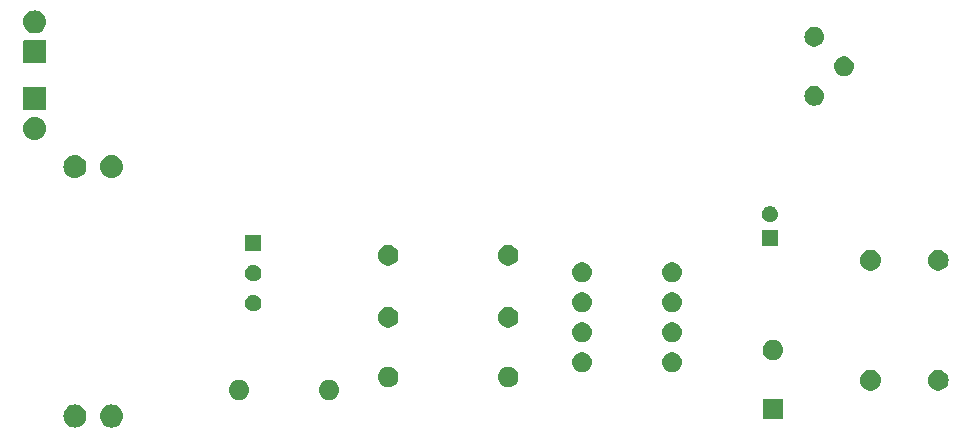
<source format=gbr>
%TF.GenerationSoftware,KiCad,Pcbnew,8.0.3*%
%TF.CreationDate,2024-06-29T12:04:23+02:00*%
%TF.ProjectId,naive_business_card,62757369-6e65-4737-935f-636172642e6b,v01*%
%TF.SameCoordinates,PX6590fa0PY7bfa480*%
%TF.FileFunction,Soldermask,Bot*%
%TF.FilePolarity,Negative*%
%FSLAX46Y46*%
G04 Gerber Fmt 4.6, Leading zero omitted, Abs format (unit mm)*
G04 Created by KiCad (PCBNEW 8.0.3) date 2024-06-29 12:04:23*
%MOMM*%
%LPD*%
G01*
G04 APERTURE LIST*
G04 APERTURE END LIST*
G36*
X9591189Y4361170D02*
G01*
X9775030Y4305402D01*
X9944459Y4214840D01*
X10092965Y4092965D01*
X10214840Y3944459D01*
X10305402Y3775030D01*
X10361170Y3591189D01*
X10380000Y3400000D01*
X10361170Y3208811D01*
X10305402Y3024970D01*
X10214840Y2855541D01*
X10092965Y2707035D01*
X9944459Y2585160D01*
X9775030Y2494598D01*
X9591189Y2438830D01*
X9400000Y2420000D01*
X9208811Y2438830D01*
X9024970Y2494598D01*
X8855541Y2585160D01*
X8707035Y2707035D01*
X8585160Y2855541D01*
X8494598Y3024970D01*
X8438830Y3208811D01*
X8420000Y3400000D01*
X8438830Y3591189D01*
X8494598Y3775030D01*
X8585160Y3944459D01*
X8707035Y4092965D01*
X8855541Y4214840D01*
X9024970Y4305402D01*
X9208811Y4361170D01*
X9400000Y4380000D01*
X9591189Y4361170D01*
G37*
G36*
X12691189Y4361170D02*
G01*
X12875030Y4305402D01*
X13044459Y4214840D01*
X13192965Y4092965D01*
X13314840Y3944459D01*
X13405402Y3775030D01*
X13461170Y3591189D01*
X13480000Y3400000D01*
X13461170Y3208811D01*
X13405402Y3024970D01*
X13314840Y2855541D01*
X13192965Y2707035D01*
X13044459Y2585160D01*
X12875030Y2494598D01*
X12691189Y2438830D01*
X12500000Y2420000D01*
X12308811Y2438830D01*
X12124970Y2494598D01*
X11955541Y2585160D01*
X11807035Y2707035D01*
X11685160Y2855541D01*
X11594598Y3024970D01*
X11538830Y3208811D01*
X11520000Y3400000D01*
X11538830Y3591189D01*
X11594598Y3775030D01*
X11685160Y3944459D01*
X11807035Y4092965D01*
X11955541Y4214840D01*
X12124970Y4305402D01*
X12308811Y4361170D01*
X12500000Y4380000D01*
X12691189Y4361170D01*
G37*
G36*
X69330615Y4873910D02*
G01*
X69356569Y4856569D01*
X69373910Y4830615D01*
X69380000Y4800000D01*
X69380000Y3200000D01*
X69373910Y3169385D01*
X69356569Y3143431D01*
X69330615Y3126090D01*
X69300000Y3120000D01*
X67700000Y3120000D01*
X67669385Y3126090D01*
X67643431Y3143431D01*
X67626090Y3169385D01*
X67620000Y3200000D01*
X67620000Y4800000D01*
X67626090Y4830615D01*
X67643431Y4856569D01*
X67669385Y4873910D01*
X67700000Y4880000D01*
X69300000Y4880000D01*
X69330615Y4873910D01*
G37*
G36*
X23568072Y6425042D02*
G01*
X23733750Y6351277D01*
X23880471Y6244678D01*
X24001822Y6109904D01*
X24092501Y5952844D01*
X24148543Y5780363D01*
X24167500Y5600000D01*
X24148543Y5419637D01*
X24092501Y5247156D01*
X24001822Y5090096D01*
X23880471Y4955322D01*
X23733750Y4848723D01*
X23568072Y4774958D01*
X23390678Y4737252D01*
X23209322Y4737252D01*
X23031928Y4774958D01*
X22866250Y4848723D01*
X22719529Y4955322D01*
X22598178Y5090096D01*
X22507499Y5247156D01*
X22451457Y5419637D01*
X22432500Y5600000D01*
X22451457Y5780363D01*
X22507499Y5952844D01*
X22598178Y6109904D01*
X22719529Y6244678D01*
X22866250Y6351277D01*
X23031928Y6425042D01*
X23209322Y6462748D01*
X23390678Y6462748D01*
X23568072Y6425042D01*
G37*
G36*
X31188072Y6425042D02*
G01*
X31353750Y6351277D01*
X31500471Y6244678D01*
X31621822Y6109904D01*
X31712501Y5952844D01*
X31768543Y5780363D01*
X31787500Y5600000D01*
X31768543Y5419637D01*
X31712501Y5247156D01*
X31621822Y5090096D01*
X31500471Y4955322D01*
X31353750Y4848723D01*
X31188072Y4774958D01*
X31010678Y4737252D01*
X30829322Y4737252D01*
X30651928Y4774958D01*
X30486250Y4848723D01*
X30339529Y4955322D01*
X30218178Y5090096D01*
X30127499Y5247156D01*
X30071457Y5419637D01*
X30052500Y5600000D01*
X30071457Y5780363D01*
X30127499Y5952844D01*
X30218178Y6109904D01*
X30339529Y6244678D01*
X30486250Y6351277D01*
X30651928Y6425042D01*
X30829322Y6462748D01*
X31010678Y6462748D01*
X31188072Y6425042D01*
G37*
G36*
X77021935Y7256930D02*
G01*
X77190000Y7182102D01*
X77338835Y7073967D01*
X77461935Y6937251D01*
X77553920Y6777928D01*
X77610770Y6602962D01*
X77630000Y6420000D01*
X77610770Y6237038D01*
X77553920Y6062072D01*
X77461935Y5902749D01*
X77338835Y5766033D01*
X77190000Y5657898D01*
X77021935Y5583070D01*
X76841985Y5544821D01*
X76658015Y5544821D01*
X76478065Y5583070D01*
X76310000Y5657898D01*
X76161165Y5766033D01*
X76038065Y5902749D01*
X75946080Y6062072D01*
X75889230Y6237038D01*
X75870000Y6420000D01*
X75889230Y6602962D01*
X75946080Y6777928D01*
X76038065Y6937251D01*
X76161165Y7073967D01*
X76310000Y7182102D01*
X76478065Y7256930D01*
X76658015Y7295179D01*
X76841985Y7295179D01*
X77021935Y7256930D01*
G37*
G36*
X82771935Y7256930D02*
G01*
X82940000Y7182102D01*
X83088835Y7073967D01*
X83211935Y6937251D01*
X83303920Y6777928D01*
X83360770Y6602962D01*
X83380000Y6420000D01*
X83360770Y6237038D01*
X83303920Y6062072D01*
X83211935Y5902749D01*
X83088835Y5766033D01*
X82940000Y5657898D01*
X82771935Y5583070D01*
X82591985Y5544821D01*
X82408015Y5544821D01*
X82228065Y5583070D01*
X82060000Y5657898D01*
X81911165Y5766033D01*
X81788065Y5902749D01*
X81696080Y6062072D01*
X81639230Y6237038D01*
X81620000Y6420000D01*
X81639230Y6602962D01*
X81696080Y6777928D01*
X81788065Y6937251D01*
X81911165Y7073967D01*
X82060000Y7182102D01*
X82228065Y7256930D01*
X82408015Y7295179D01*
X82591985Y7295179D01*
X82771935Y7256930D01*
G37*
G36*
X36191935Y7536930D02*
G01*
X36360000Y7462102D01*
X36508835Y7353967D01*
X36631935Y7217251D01*
X36723920Y7057928D01*
X36780770Y6882962D01*
X36800000Y6700000D01*
X36780770Y6517038D01*
X36723920Y6342072D01*
X36631935Y6182749D01*
X36508835Y6046033D01*
X36360000Y5937898D01*
X36191935Y5863070D01*
X36011985Y5824821D01*
X35828015Y5824821D01*
X35648065Y5863070D01*
X35480000Y5937898D01*
X35331165Y6046033D01*
X35208065Y6182749D01*
X35116080Y6342072D01*
X35059230Y6517038D01*
X35040000Y6700000D01*
X35059230Y6882962D01*
X35116080Y7057928D01*
X35208065Y7217251D01*
X35331165Y7353967D01*
X35480000Y7462102D01*
X35648065Y7536930D01*
X35828015Y7575179D01*
X36011985Y7575179D01*
X36191935Y7536930D01*
G37*
G36*
X46351935Y7536930D02*
G01*
X46520000Y7462102D01*
X46668835Y7353967D01*
X46791935Y7217251D01*
X46883920Y7057928D01*
X46940770Y6882962D01*
X46960000Y6700000D01*
X46940770Y6517038D01*
X46883920Y6342072D01*
X46791935Y6182749D01*
X46668835Y6046033D01*
X46520000Y5937898D01*
X46351935Y5863070D01*
X46171985Y5824821D01*
X45988015Y5824821D01*
X45808065Y5863070D01*
X45640000Y5937898D01*
X45491165Y6046033D01*
X45368065Y6182749D01*
X45276080Y6342072D01*
X45219230Y6517038D01*
X45200000Y6700000D01*
X45219230Y6882962D01*
X45276080Y7057928D01*
X45368065Y7217251D01*
X45491165Y7353967D01*
X45640000Y7462102D01*
X45808065Y7536930D01*
X45988015Y7575179D01*
X46171985Y7575179D01*
X46351935Y7536930D01*
G37*
G36*
X52587692Y8740790D02*
G01*
X52748500Y8669193D01*
X52890908Y8565728D01*
X53008692Y8434915D01*
X53096705Y8282472D01*
X53151100Y8115062D01*
X53169500Y7940000D01*
X53151100Y7764938D01*
X53096705Y7597528D01*
X53008692Y7445085D01*
X52890908Y7314272D01*
X52748500Y7210807D01*
X52587692Y7139210D01*
X52415513Y7102613D01*
X52239487Y7102613D01*
X52067308Y7139210D01*
X51906500Y7210807D01*
X51764092Y7314272D01*
X51646308Y7445085D01*
X51558295Y7597528D01*
X51503900Y7764938D01*
X51485500Y7940000D01*
X51503900Y8115062D01*
X51558295Y8282472D01*
X51646308Y8434915D01*
X51764092Y8565728D01*
X51906500Y8669193D01*
X52067308Y8740790D01*
X52239487Y8777387D01*
X52415513Y8777387D01*
X52587692Y8740790D01*
G37*
G36*
X60207692Y8740790D02*
G01*
X60368500Y8669193D01*
X60510908Y8565728D01*
X60628692Y8434915D01*
X60716705Y8282472D01*
X60771100Y8115062D01*
X60789500Y7940000D01*
X60771100Y7764938D01*
X60716705Y7597528D01*
X60628692Y7445085D01*
X60510908Y7314272D01*
X60368500Y7210807D01*
X60207692Y7139210D01*
X60035513Y7102613D01*
X59859487Y7102613D01*
X59687308Y7139210D01*
X59526500Y7210807D01*
X59384092Y7314272D01*
X59266308Y7445085D01*
X59178295Y7597528D01*
X59123900Y7764938D01*
X59105500Y7940000D01*
X59123900Y8115062D01*
X59178295Y8282472D01*
X59266308Y8434915D01*
X59384092Y8565728D01*
X59526500Y8669193D01*
X59687308Y8740790D01*
X59859487Y8777387D01*
X60035513Y8777387D01*
X60207692Y8740790D01*
G37*
G36*
X68771935Y9836930D02*
G01*
X68940000Y9762102D01*
X69088835Y9653967D01*
X69211935Y9517251D01*
X69303920Y9357928D01*
X69360770Y9182962D01*
X69380000Y9000000D01*
X69360770Y8817038D01*
X69303920Y8642072D01*
X69211935Y8482749D01*
X69088835Y8346033D01*
X68940000Y8237898D01*
X68771935Y8163070D01*
X68591985Y8124821D01*
X68408015Y8124821D01*
X68228065Y8163070D01*
X68060000Y8237898D01*
X67911165Y8346033D01*
X67788065Y8482749D01*
X67696080Y8642072D01*
X67639230Y8817038D01*
X67620000Y9000000D01*
X67639230Y9182962D01*
X67696080Y9357928D01*
X67788065Y9517251D01*
X67911165Y9653967D01*
X68060000Y9762102D01*
X68228065Y9836930D01*
X68408015Y9875179D01*
X68591985Y9875179D01*
X68771935Y9836930D01*
G37*
G36*
X52587692Y11280790D02*
G01*
X52748500Y11209193D01*
X52890908Y11105728D01*
X53008692Y10974915D01*
X53096705Y10822472D01*
X53151100Y10655062D01*
X53169500Y10480000D01*
X53151100Y10304938D01*
X53096705Y10137528D01*
X53008692Y9985085D01*
X52890908Y9854272D01*
X52748500Y9750807D01*
X52587692Y9679210D01*
X52415513Y9642613D01*
X52239487Y9642613D01*
X52067308Y9679210D01*
X51906500Y9750807D01*
X51764092Y9854272D01*
X51646308Y9985085D01*
X51558295Y10137528D01*
X51503900Y10304938D01*
X51485500Y10480000D01*
X51503900Y10655062D01*
X51558295Y10822472D01*
X51646308Y10974915D01*
X51764092Y11105728D01*
X51906500Y11209193D01*
X52067308Y11280790D01*
X52239487Y11317387D01*
X52415513Y11317387D01*
X52587692Y11280790D01*
G37*
G36*
X60207692Y11280790D02*
G01*
X60368500Y11209193D01*
X60510908Y11105728D01*
X60628692Y10974915D01*
X60716705Y10822472D01*
X60771100Y10655062D01*
X60789500Y10480000D01*
X60771100Y10304938D01*
X60716705Y10137528D01*
X60628692Y9985085D01*
X60510908Y9854272D01*
X60368500Y9750807D01*
X60207692Y9679210D01*
X60035513Y9642613D01*
X59859487Y9642613D01*
X59687308Y9679210D01*
X59526500Y9750807D01*
X59384092Y9854272D01*
X59266308Y9985085D01*
X59178295Y10137528D01*
X59123900Y10304938D01*
X59105500Y10480000D01*
X59123900Y10655062D01*
X59178295Y10822472D01*
X59266308Y10974915D01*
X59384092Y11105728D01*
X59526500Y11209193D01*
X59687308Y11280790D01*
X59859487Y11317387D01*
X60035513Y11317387D01*
X60207692Y11280790D01*
G37*
G36*
X36191935Y12586930D02*
G01*
X36360000Y12512102D01*
X36508835Y12403967D01*
X36631935Y12267251D01*
X36723920Y12107928D01*
X36780770Y11932962D01*
X36800000Y11750000D01*
X36780770Y11567038D01*
X36723920Y11392072D01*
X36631935Y11232749D01*
X36508835Y11096033D01*
X36360000Y10987898D01*
X36191935Y10913070D01*
X36011985Y10874821D01*
X35828015Y10874821D01*
X35648065Y10913070D01*
X35480000Y10987898D01*
X35331165Y11096033D01*
X35208065Y11232749D01*
X35116080Y11392072D01*
X35059230Y11567038D01*
X35040000Y11750000D01*
X35059230Y11932962D01*
X35116080Y12107928D01*
X35208065Y12267251D01*
X35331165Y12403967D01*
X35480000Y12512102D01*
X35648065Y12586930D01*
X35828015Y12625179D01*
X36011985Y12625179D01*
X36191935Y12586930D01*
G37*
G36*
X46351935Y12586930D02*
G01*
X46520000Y12512102D01*
X46668835Y12403967D01*
X46791935Y12267251D01*
X46883920Y12107928D01*
X46940770Y11932962D01*
X46960000Y11750000D01*
X46940770Y11567038D01*
X46883920Y11392072D01*
X46791935Y11232749D01*
X46668835Y11096033D01*
X46520000Y10987898D01*
X46351935Y10913070D01*
X46171985Y10874821D01*
X45988015Y10874821D01*
X45808065Y10913070D01*
X45640000Y10987898D01*
X45491165Y11096033D01*
X45368065Y11232749D01*
X45276080Y11392072D01*
X45219230Y11567038D01*
X45200000Y11750000D01*
X45219230Y11932962D01*
X45276080Y12107928D01*
X45368065Y12267251D01*
X45491165Y12403967D01*
X45640000Y12512102D01*
X45808065Y12586930D01*
X45988015Y12625179D01*
X46171985Y12625179D01*
X46351935Y12586930D01*
G37*
G36*
X52587692Y13820790D02*
G01*
X52748500Y13749193D01*
X52890908Y13645728D01*
X53008692Y13514915D01*
X53096705Y13362472D01*
X53151100Y13195062D01*
X53169500Y13020000D01*
X53151100Y12844938D01*
X53096705Y12677528D01*
X53008692Y12525085D01*
X52890908Y12394272D01*
X52748500Y12290807D01*
X52587692Y12219210D01*
X52415513Y12182613D01*
X52239487Y12182613D01*
X52067308Y12219210D01*
X51906500Y12290807D01*
X51764092Y12394272D01*
X51646308Y12525085D01*
X51558295Y12677528D01*
X51503900Y12844938D01*
X51485500Y13020000D01*
X51503900Y13195062D01*
X51558295Y13362472D01*
X51646308Y13514915D01*
X51764092Y13645728D01*
X51906500Y13749193D01*
X52067308Y13820790D01*
X52239487Y13857387D01*
X52415513Y13857387D01*
X52587692Y13820790D01*
G37*
G36*
X60207692Y13820790D02*
G01*
X60368500Y13749193D01*
X60510908Y13645728D01*
X60628692Y13514915D01*
X60716705Y13362472D01*
X60771100Y13195062D01*
X60789500Y13020000D01*
X60771100Y12844938D01*
X60716705Y12677528D01*
X60628692Y12525085D01*
X60510908Y12394272D01*
X60368500Y12290807D01*
X60207692Y12219210D01*
X60035513Y12182613D01*
X59859487Y12182613D01*
X59687308Y12219210D01*
X59526500Y12290807D01*
X59384092Y12394272D01*
X59266308Y12525085D01*
X59178295Y12677528D01*
X59123900Y12844938D01*
X59105500Y13020000D01*
X59123900Y13195062D01*
X59178295Y13362472D01*
X59266308Y13514915D01*
X59384092Y13645728D01*
X59526500Y13749193D01*
X59687308Y13820790D01*
X59859487Y13857387D01*
X60035513Y13857387D01*
X60207692Y13820790D01*
G37*
G36*
X24541599Y13651918D02*
G01*
X24584014Y13651918D01*
X24619730Y13643115D01*
X24655007Y13639140D01*
X24700640Y13623172D01*
X24747160Y13611706D01*
X24774668Y13597269D01*
X24802248Y13587618D01*
X24848858Y13558331D01*
X24895941Y13533620D01*
X24914859Y13516860D01*
X24934326Y13504628D01*
X24978283Y13460671D01*
X25021712Y13422196D01*
X25032751Y13406203D01*
X25044627Y13394327D01*
X25081957Y13334916D01*
X25117163Y13283912D01*
X25121970Y13271236D01*
X25127617Y13262249D01*
X25154321Y13185932D01*
X25176746Y13126803D01*
X25177667Y13119213D01*
X25179139Y13115008D01*
X25191506Y13005242D01*
X25197000Y12960000D01*
X25191506Y12914755D01*
X25179139Y12804993D01*
X25177667Y12800789D01*
X25176746Y12793197D01*
X25154317Y12734057D01*
X25127617Y12657752D01*
X25121971Y12648768D01*
X25117163Y12636088D01*
X25081950Y12585075D01*
X25044627Y12525674D01*
X25032753Y12513801D01*
X25021712Y12497804D01*
X24978274Y12459322D01*
X24934326Y12415373D01*
X24914863Y12403144D01*
X24895941Y12386380D01*
X24848848Y12361665D01*
X24802248Y12332383D01*
X24774674Y12322735D01*
X24747160Y12308294D01*
X24700631Y12296826D01*
X24655007Y12280861D01*
X24619737Y12276888D01*
X24584014Y12268082D01*
X24541590Y12268082D01*
X24500000Y12263396D01*
X24458410Y12268082D01*
X24415986Y12268082D01*
X24380262Y12276887D01*
X24344992Y12280861D01*
X24299365Y12296827D01*
X24252840Y12308294D01*
X24225327Y12322734D01*
X24197751Y12332383D01*
X24151144Y12361668D01*
X24104059Y12386380D01*
X24085139Y12403142D01*
X24065673Y12415373D01*
X24021716Y12459330D01*
X23978288Y12497804D01*
X23967248Y12513798D01*
X23955372Y12525674D01*
X23918038Y12585091D01*
X23882837Y12636088D01*
X23878029Y12648764D01*
X23872382Y12657752D01*
X23845670Y12734091D01*
X23823254Y12793197D01*
X23822332Y12800785D01*
X23820860Y12804993D01*
X23808479Y12914870D01*
X23803000Y12960000D01*
X23808479Y13005128D01*
X23820860Y13115008D01*
X23822332Y13119218D01*
X23823254Y13126803D01*
X23845665Y13185898D01*
X23872382Y13262249D01*
X23878030Y13271240D01*
X23882837Y13283912D01*
X23918031Y13334900D01*
X23955372Y13394327D01*
X23967250Y13406206D01*
X23978288Y13422196D01*
X24021707Y13460663D01*
X24065673Y13504628D01*
X24085143Y13516862D01*
X24104059Y13533620D01*
X24151135Y13558328D01*
X24197751Y13587618D01*
X24225333Y13597270D01*
X24252840Y13611706D01*
X24299355Y13623172D01*
X24344992Y13639140D01*
X24380270Y13643115D01*
X24415986Y13651918D01*
X24458401Y13651918D01*
X24500000Y13656605D01*
X24541599Y13651918D01*
G37*
G36*
X52587692Y16360790D02*
G01*
X52748500Y16289193D01*
X52890908Y16185728D01*
X53008692Y16054915D01*
X53096705Y15902472D01*
X53151100Y15735062D01*
X53169500Y15560000D01*
X53151100Y15384938D01*
X53096705Y15217528D01*
X53008692Y15065085D01*
X52890908Y14934272D01*
X52748500Y14830807D01*
X52587692Y14759210D01*
X52415513Y14722613D01*
X52239487Y14722613D01*
X52067308Y14759210D01*
X51906500Y14830807D01*
X51764092Y14934272D01*
X51646308Y15065085D01*
X51558295Y15217528D01*
X51503900Y15384938D01*
X51485500Y15560000D01*
X51503900Y15735062D01*
X51558295Y15902472D01*
X51646308Y16054915D01*
X51764092Y16185728D01*
X51906500Y16289193D01*
X52067308Y16360790D01*
X52239487Y16397387D01*
X52415513Y16397387D01*
X52587692Y16360790D01*
G37*
G36*
X60207692Y16360790D02*
G01*
X60368500Y16289193D01*
X60510908Y16185728D01*
X60628692Y16054915D01*
X60716705Y15902472D01*
X60771100Y15735062D01*
X60789500Y15560000D01*
X60771100Y15384938D01*
X60716705Y15217528D01*
X60628692Y15065085D01*
X60510908Y14934272D01*
X60368500Y14830807D01*
X60207692Y14759210D01*
X60035513Y14722613D01*
X59859487Y14722613D01*
X59687308Y14759210D01*
X59526500Y14830807D01*
X59384092Y14934272D01*
X59266308Y15065085D01*
X59178295Y15217528D01*
X59123900Y15384938D01*
X59105500Y15560000D01*
X59123900Y15735062D01*
X59178295Y15902472D01*
X59266308Y16054915D01*
X59384092Y16185728D01*
X59526500Y16289193D01*
X59687308Y16360790D01*
X59859487Y16397387D01*
X60035513Y16397387D01*
X60207692Y16360790D01*
G37*
G36*
X24541599Y16191918D02*
G01*
X24584014Y16191918D01*
X24619730Y16183115D01*
X24655007Y16179140D01*
X24700640Y16163172D01*
X24747160Y16151706D01*
X24774668Y16137269D01*
X24802248Y16127618D01*
X24848858Y16098331D01*
X24895941Y16073620D01*
X24914859Y16056860D01*
X24934326Y16044628D01*
X24978283Y16000671D01*
X25021712Y15962196D01*
X25032751Y15946203D01*
X25044627Y15934327D01*
X25081957Y15874916D01*
X25117163Y15823912D01*
X25121970Y15811236D01*
X25127617Y15802249D01*
X25154321Y15725932D01*
X25176746Y15666803D01*
X25177667Y15659213D01*
X25179139Y15655008D01*
X25191506Y15545242D01*
X25197000Y15500000D01*
X25191506Y15454755D01*
X25179139Y15344993D01*
X25177667Y15340789D01*
X25176746Y15333197D01*
X25154317Y15274057D01*
X25127617Y15197752D01*
X25121971Y15188768D01*
X25117163Y15176088D01*
X25081950Y15125075D01*
X25044627Y15065674D01*
X25032753Y15053801D01*
X25021712Y15037804D01*
X24978274Y14999322D01*
X24934326Y14955373D01*
X24914863Y14943144D01*
X24895941Y14926380D01*
X24848848Y14901665D01*
X24802248Y14872383D01*
X24774674Y14862735D01*
X24747160Y14848294D01*
X24700631Y14836826D01*
X24655007Y14820861D01*
X24619737Y14816888D01*
X24584014Y14808082D01*
X24541590Y14808082D01*
X24500000Y14803396D01*
X24458410Y14808082D01*
X24415986Y14808082D01*
X24380262Y14816887D01*
X24344992Y14820861D01*
X24299365Y14836827D01*
X24252840Y14848294D01*
X24225327Y14862734D01*
X24197751Y14872383D01*
X24151144Y14901668D01*
X24104059Y14926380D01*
X24085139Y14943142D01*
X24065673Y14955373D01*
X24021716Y14999330D01*
X23978288Y15037804D01*
X23967248Y15053798D01*
X23955372Y15065674D01*
X23918038Y15125091D01*
X23882837Y15176088D01*
X23878029Y15188764D01*
X23872382Y15197752D01*
X23845670Y15274091D01*
X23823254Y15333197D01*
X23822332Y15340785D01*
X23820860Y15344993D01*
X23808479Y15454870D01*
X23803000Y15500000D01*
X23808479Y15545128D01*
X23820860Y15655008D01*
X23822332Y15659218D01*
X23823254Y15666803D01*
X23845665Y15725898D01*
X23872382Y15802249D01*
X23878030Y15811240D01*
X23882837Y15823912D01*
X23918031Y15874900D01*
X23955372Y15934327D01*
X23967250Y15946206D01*
X23978288Y15962196D01*
X24021707Y16000663D01*
X24065673Y16044628D01*
X24085143Y16056862D01*
X24104059Y16073620D01*
X24151135Y16098328D01*
X24197751Y16127618D01*
X24225333Y16137270D01*
X24252840Y16151706D01*
X24299355Y16163172D01*
X24344992Y16179140D01*
X24380270Y16183115D01*
X24415986Y16191918D01*
X24458401Y16191918D01*
X24500000Y16196605D01*
X24541599Y16191918D01*
G37*
G36*
X77021935Y17416930D02*
G01*
X77190000Y17342102D01*
X77338835Y17233967D01*
X77461935Y17097251D01*
X77553920Y16937928D01*
X77610770Y16762962D01*
X77630000Y16580000D01*
X77610770Y16397038D01*
X77553920Y16222072D01*
X77461935Y16062749D01*
X77338835Y15926033D01*
X77190000Y15817898D01*
X77021935Y15743070D01*
X76841985Y15704821D01*
X76658015Y15704821D01*
X76478065Y15743070D01*
X76310000Y15817898D01*
X76161165Y15926033D01*
X76038065Y16062749D01*
X75946080Y16222072D01*
X75889230Y16397038D01*
X75870000Y16580000D01*
X75889230Y16762962D01*
X75946080Y16937928D01*
X76038065Y17097251D01*
X76161165Y17233967D01*
X76310000Y17342102D01*
X76478065Y17416930D01*
X76658015Y17455179D01*
X76841985Y17455179D01*
X77021935Y17416930D01*
G37*
G36*
X82771935Y17416930D02*
G01*
X82940000Y17342102D01*
X83088835Y17233967D01*
X83211935Y17097251D01*
X83303920Y16937928D01*
X83360770Y16762962D01*
X83380000Y16580000D01*
X83360770Y16397038D01*
X83303920Y16222072D01*
X83211935Y16062749D01*
X83088835Y15926033D01*
X82940000Y15817898D01*
X82771935Y15743070D01*
X82591985Y15704821D01*
X82408015Y15704821D01*
X82228065Y15743070D01*
X82060000Y15817898D01*
X81911165Y15926033D01*
X81788065Y16062749D01*
X81696080Y16222072D01*
X81639230Y16397038D01*
X81620000Y16580000D01*
X81639230Y16762962D01*
X81696080Y16937928D01*
X81788065Y17097251D01*
X81911165Y17233967D01*
X82060000Y17342102D01*
X82228065Y17416930D01*
X82408015Y17455179D01*
X82591985Y17455179D01*
X82771935Y17416930D01*
G37*
G36*
X36191935Y17836930D02*
G01*
X36360000Y17762102D01*
X36508835Y17653967D01*
X36631935Y17517251D01*
X36723920Y17357928D01*
X36780770Y17182962D01*
X36800000Y17000000D01*
X36780770Y16817038D01*
X36723920Y16642072D01*
X36631935Y16482749D01*
X36508835Y16346033D01*
X36360000Y16237898D01*
X36191935Y16163070D01*
X36011985Y16124821D01*
X35828015Y16124821D01*
X35648065Y16163070D01*
X35480000Y16237898D01*
X35331165Y16346033D01*
X35208065Y16482749D01*
X35116080Y16642072D01*
X35059230Y16817038D01*
X35040000Y17000000D01*
X35059230Y17182962D01*
X35116080Y17357928D01*
X35208065Y17517251D01*
X35331165Y17653967D01*
X35480000Y17762102D01*
X35648065Y17836930D01*
X35828015Y17875179D01*
X36011985Y17875179D01*
X36191935Y17836930D01*
G37*
G36*
X46351935Y17836930D02*
G01*
X46520000Y17762102D01*
X46668835Y17653967D01*
X46791935Y17517251D01*
X46883920Y17357928D01*
X46940770Y17182962D01*
X46960000Y17000000D01*
X46940770Y16817038D01*
X46883920Y16642072D01*
X46791935Y16482749D01*
X46668835Y16346033D01*
X46520000Y16237898D01*
X46351935Y16163070D01*
X46171985Y16124821D01*
X45988015Y16124821D01*
X45808065Y16163070D01*
X45640000Y16237898D01*
X45491165Y16346033D01*
X45368065Y16482749D01*
X45276080Y16642072D01*
X45219230Y16817038D01*
X45200000Y17000000D01*
X45219230Y17182962D01*
X45276080Y17357928D01*
X45368065Y17517251D01*
X45491165Y17653967D01*
X45640000Y17762102D01*
X45808065Y17836930D01*
X45988015Y17875179D01*
X46171985Y17875179D01*
X46351935Y17836930D01*
G37*
G36*
X25147615Y18730910D02*
G01*
X25173569Y18713569D01*
X25190910Y18687615D01*
X25197000Y18657000D01*
X25197000Y17423000D01*
X25190910Y17392385D01*
X25173569Y17366431D01*
X25147615Y17349090D01*
X25117000Y17343000D01*
X23883000Y17343000D01*
X23852385Y17349090D01*
X23826431Y17366431D01*
X23809090Y17392385D01*
X23803000Y17423000D01*
X23803000Y18657000D01*
X23809090Y18687615D01*
X23826431Y18713569D01*
X23852385Y18730910D01*
X23883000Y18737000D01*
X25117000Y18737000D01*
X25147615Y18730910D01*
G37*
G36*
X68880615Y19173910D02*
G01*
X68906569Y19156569D01*
X68923910Y19130615D01*
X68930000Y19100000D01*
X68930000Y17900000D01*
X68923910Y17869385D01*
X68906569Y17843431D01*
X68880615Y17826090D01*
X68850000Y17820000D01*
X67650000Y17820000D01*
X67619385Y17826090D01*
X67593431Y17843431D01*
X67576090Y17869385D01*
X67570000Y17900000D01*
X67570000Y19100000D01*
X67576090Y19130615D01*
X67593431Y19156569D01*
X67619385Y19173910D01*
X67650000Y19180000D01*
X68850000Y19180000D01*
X68880615Y19173910D01*
G37*
G36*
X68290498Y21175042D02*
G01*
X68331965Y21175042D01*
X68366883Y21166436D01*
X68401225Y21162566D01*
X68445645Y21147023D01*
X68491131Y21135811D01*
X68518030Y21121694D01*
X68544868Y21112302D01*
X68590227Y21083802D01*
X68636284Y21059629D01*
X68654787Y21043236D01*
X68673730Y21031334D01*
X68716505Y20988559D01*
X68758987Y20950923D01*
X68769786Y20935278D01*
X68781333Y20923731D01*
X68817623Y20865974D01*
X68852110Y20816012D01*
X68856820Y20803592D01*
X68862301Y20794869D01*
X68888225Y20720784D01*
X68910240Y20662735D01*
X68911144Y20655286D01*
X68912565Y20651226D01*
X68924505Y20545247D01*
X68930000Y20500000D01*
X68924505Y20454750D01*
X68912565Y20348775D01*
X68911144Y20344717D01*
X68910240Y20337265D01*
X68888220Y20279205D01*
X68862301Y20205132D01*
X68856821Y20196412D01*
X68852110Y20183988D01*
X68817616Y20134017D01*
X68781333Y20076270D01*
X68769788Y20064726D01*
X68758987Y20049077D01*
X68716496Y20011434D01*
X68673730Y19968667D01*
X68654791Y19956768D01*
X68636284Y19940371D01*
X68590217Y19916194D01*
X68544868Y19887699D01*
X68518036Y19878310D01*
X68491131Y19864189D01*
X68445636Y19852976D01*
X68401225Y19837435D01*
X68366890Y19833567D01*
X68331965Y19824958D01*
X68290489Y19824958D01*
X68250000Y19820396D01*
X68209511Y19824958D01*
X68168035Y19824958D01*
X68133109Y19833567D01*
X68098774Y19837435D01*
X68054360Y19852977D01*
X68008869Y19864189D01*
X67981965Y19878309D01*
X67955131Y19887699D01*
X67909776Y19916197D01*
X67863716Y19940371D01*
X67845210Y19956766D01*
X67826269Y19968667D01*
X67783494Y20011442D01*
X67741013Y20049077D01*
X67730213Y20064723D01*
X67718666Y20076270D01*
X67682371Y20134033D01*
X67647890Y20183988D01*
X67643180Y20196408D01*
X67637698Y20205132D01*
X67611766Y20279239D01*
X67589760Y20337265D01*
X67588855Y20344712D01*
X67587434Y20348775D01*
X67575480Y20454864D01*
X67570000Y20500000D01*
X67575480Y20545133D01*
X67587434Y20651226D01*
X67588855Y20655290D01*
X67589760Y20662735D01*
X67611761Y20720750D01*
X67637698Y20794869D01*
X67643180Y20803596D01*
X67647890Y20816012D01*
X67682364Y20865958D01*
X67718666Y20923731D01*
X67730216Y20935282D01*
X67741013Y20950923D01*
X67783486Y20988552D01*
X67826269Y21031334D01*
X67845214Y21043239D01*
X67863716Y21059629D01*
X67909766Y21083799D01*
X67955131Y21112302D01*
X67981971Y21121695D01*
X68008869Y21135811D01*
X68054350Y21147022D01*
X68098774Y21162566D01*
X68133117Y21166436D01*
X68168035Y21175042D01*
X68209502Y21175042D01*
X68250000Y21179605D01*
X68290498Y21175042D01*
G37*
G36*
X9591189Y25461170D02*
G01*
X9775030Y25405402D01*
X9944459Y25314840D01*
X10092965Y25192965D01*
X10214840Y25044459D01*
X10305402Y24875030D01*
X10361170Y24691189D01*
X10380000Y24500000D01*
X10361170Y24308811D01*
X10305402Y24124970D01*
X10214840Y23955541D01*
X10092965Y23807035D01*
X9944459Y23685160D01*
X9775030Y23594598D01*
X9591189Y23538830D01*
X9400000Y23520000D01*
X9208811Y23538830D01*
X9024970Y23594598D01*
X8855541Y23685160D01*
X8707035Y23807035D01*
X8585160Y23955541D01*
X8494598Y24124970D01*
X8438830Y24308811D01*
X8420000Y24500000D01*
X8438830Y24691189D01*
X8494598Y24875030D01*
X8585160Y25044459D01*
X8707035Y25192965D01*
X8855541Y25314840D01*
X9024970Y25405402D01*
X9208811Y25461170D01*
X9400000Y25480000D01*
X9591189Y25461170D01*
G37*
G36*
X12691189Y25461170D02*
G01*
X12875030Y25405402D01*
X13044459Y25314840D01*
X13192965Y25192965D01*
X13314840Y25044459D01*
X13405402Y24875030D01*
X13461170Y24691189D01*
X13480000Y24500000D01*
X13461170Y24308811D01*
X13405402Y24124970D01*
X13314840Y23955541D01*
X13192965Y23807035D01*
X13044459Y23685160D01*
X12875030Y23594598D01*
X12691189Y23538830D01*
X12500000Y23520000D01*
X12308811Y23538830D01*
X12124970Y23594598D01*
X11955541Y23685160D01*
X11807035Y23807035D01*
X11685160Y23955541D01*
X11594598Y24124970D01*
X11538830Y24308811D01*
X11520000Y24500000D01*
X11538830Y24691189D01*
X11594598Y24875030D01*
X11685160Y25044459D01*
X11807035Y25192965D01*
X11955541Y25314840D01*
X12124970Y25405402D01*
X12308811Y25461170D01*
X12500000Y25480000D01*
X12691189Y25461170D01*
G37*
G36*
X6191189Y28696170D02*
G01*
X6375030Y28640402D01*
X6544459Y28549840D01*
X6692965Y28427965D01*
X6814840Y28279459D01*
X6905402Y28110030D01*
X6961170Y27926189D01*
X6980000Y27735000D01*
X6961170Y27543811D01*
X6905402Y27359970D01*
X6814840Y27190541D01*
X6692965Y27042035D01*
X6544459Y26920160D01*
X6375030Y26829598D01*
X6191189Y26773830D01*
X6000000Y26755000D01*
X5808811Y26773830D01*
X5624970Y26829598D01*
X5455541Y26920160D01*
X5307035Y27042035D01*
X5185160Y27190541D01*
X5094598Y27359970D01*
X5038830Y27543811D01*
X5020000Y27735000D01*
X5038830Y27926189D01*
X5094598Y28110030D01*
X5185160Y28279459D01*
X5307035Y28427965D01*
X5455541Y28549840D01*
X5624970Y28640402D01*
X5808811Y28696170D01*
X6000000Y28715000D01*
X6191189Y28696170D01*
G37*
G36*
X6930615Y31248910D02*
G01*
X6956569Y31231569D01*
X6973910Y31205615D01*
X6980000Y31175000D01*
X6980000Y29375000D01*
X6973910Y29344385D01*
X6956569Y29318431D01*
X6930615Y29301090D01*
X6900000Y29295000D01*
X5100000Y29295000D01*
X5069385Y29301090D01*
X5043431Y29318431D01*
X5026090Y29344385D01*
X5020000Y29375000D01*
X5020000Y31175000D01*
X5026090Y31205615D01*
X5043431Y31231569D01*
X5069385Y31248910D01*
X5100000Y31255000D01*
X6900000Y31255000D01*
X6930615Y31248910D01*
G37*
G36*
X72260192Y31300790D02*
G01*
X72421000Y31229193D01*
X72563408Y31125728D01*
X72681192Y30994915D01*
X72769205Y30842472D01*
X72823600Y30675062D01*
X72842000Y30500000D01*
X72823600Y30324938D01*
X72769205Y30157528D01*
X72681192Y30005085D01*
X72563408Y29874272D01*
X72421000Y29770807D01*
X72260192Y29699210D01*
X72088013Y29662613D01*
X71911987Y29662613D01*
X71739808Y29699210D01*
X71579000Y29770807D01*
X71436592Y29874272D01*
X71318808Y30005085D01*
X71230795Y30157528D01*
X71176400Y30324938D01*
X71158000Y30500000D01*
X71176400Y30675062D01*
X71230795Y30842472D01*
X71318808Y30994915D01*
X71436592Y31125728D01*
X71579000Y31229193D01*
X71739808Y31300790D01*
X71911987Y31337387D01*
X72088013Y31337387D01*
X72260192Y31300790D01*
G37*
G36*
X74760192Y33800790D02*
G01*
X74921000Y33729193D01*
X75063408Y33625728D01*
X75181192Y33494915D01*
X75269205Y33342472D01*
X75323600Y33175062D01*
X75342000Y33000000D01*
X75323600Y32824938D01*
X75269205Y32657528D01*
X75181192Y32505085D01*
X75063408Y32374272D01*
X74921000Y32270807D01*
X74760192Y32199210D01*
X74588013Y32162613D01*
X74411987Y32162613D01*
X74239808Y32199210D01*
X74079000Y32270807D01*
X73936592Y32374272D01*
X73818808Y32505085D01*
X73730795Y32657528D01*
X73676400Y32824938D01*
X73658000Y33000000D01*
X73676400Y33175062D01*
X73730795Y33342472D01*
X73818808Y33494915D01*
X73936592Y33625728D01*
X74079000Y33729193D01*
X74239808Y33800790D01*
X74411987Y33837387D01*
X74588013Y33837387D01*
X74760192Y33800790D01*
G37*
G36*
X6930615Y35198910D02*
G01*
X6956569Y35181569D01*
X6973910Y35155615D01*
X6980000Y35125000D01*
X6980000Y33325000D01*
X6973910Y33294385D01*
X6956569Y33268431D01*
X6930615Y33251090D01*
X6900000Y33245000D01*
X5100000Y33245000D01*
X5069385Y33251090D01*
X5043431Y33268431D01*
X5026090Y33294385D01*
X5020000Y33325000D01*
X5020000Y35125000D01*
X5026090Y35155615D01*
X5043431Y35181569D01*
X5069385Y35198910D01*
X5100000Y35205000D01*
X6900000Y35205000D01*
X6930615Y35198910D01*
G37*
G36*
X72260192Y36300790D02*
G01*
X72421000Y36229193D01*
X72563408Y36125728D01*
X72681192Y35994915D01*
X72769205Y35842472D01*
X72823600Y35675062D01*
X72842000Y35500000D01*
X72823600Y35324938D01*
X72769205Y35157528D01*
X72681192Y35005085D01*
X72563408Y34874272D01*
X72421000Y34770807D01*
X72260192Y34699210D01*
X72088013Y34662613D01*
X71911987Y34662613D01*
X71739808Y34699210D01*
X71579000Y34770807D01*
X71436592Y34874272D01*
X71318808Y35005085D01*
X71230795Y35157528D01*
X71176400Y35324938D01*
X71158000Y35500000D01*
X71176400Y35675062D01*
X71230795Y35842472D01*
X71318808Y35994915D01*
X71436592Y36125728D01*
X71579000Y36229193D01*
X71739808Y36300790D01*
X71911987Y36337387D01*
X72088013Y36337387D01*
X72260192Y36300790D01*
G37*
G36*
X6191189Y37726170D02*
G01*
X6375030Y37670402D01*
X6544459Y37579840D01*
X6692965Y37457965D01*
X6814840Y37309459D01*
X6905402Y37140030D01*
X6961170Y36956189D01*
X6980000Y36765000D01*
X6961170Y36573811D01*
X6905402Y36389970D01*
X6814840Y36220541D01*
X6692965Y36072035D01*
X6544459Y35950160D01*
X6375030Y35859598D01*
X6191189Y35803830D01*
X6000000Y35785000D01*
X5808811Y35803830D01*
X5624970Y35859598D01*
X5455541Y35950160D01*
X5307035Y36072035D01*
X5185160Y36220541D01*
X5094598Y36389970D01*
X5038830Y36573811D01*
X5020000Y36765000D01*
X5038830Y36956189D01*
X5094598Y37140030D01*
X5185160Y37309459D01*
X5307035Y37457965D01*
X5455541Y37579840D01*
X5624970Y37670402D01*
X5808811Y37726170D01*
X6000000Y37745000D01*
X6191189Y37726170D01*
G37*
M02*

</source>
